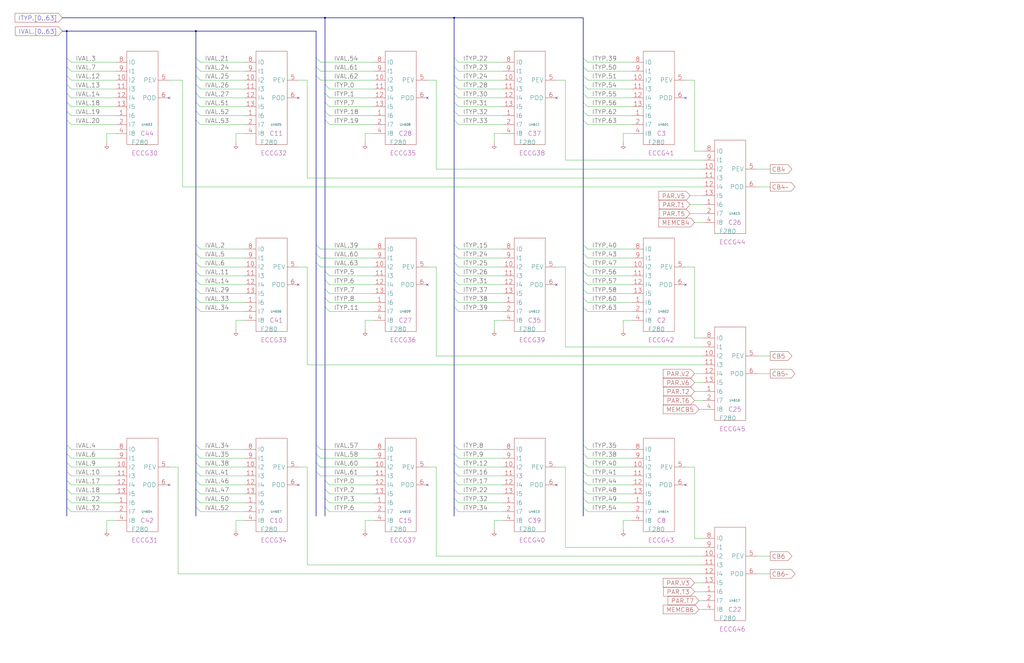
<source format=kicad_sch>
(kicad_sch (version 20250114) (generator "eeschema") (generator_version "9.0")
  (paper "User" 584.2 378.46)
  (title_block (title "ERROR CHECKING & CORRECTION\\nCHECK BITS 4, 5, 6") (date "22-SEP-90") (rev "2.0") (comment 1 "IOC") (comment 2 "232-003061") (comment 3 "S400") (comment 4 "RELEASED"))
  (lib_symbols
    (symbol "r1000:F280" (pin_names (offset 1.016))
      (property "Reference" "U" (at 2.54 5.08 0))
      (property "Value" "F280" (at -6.35 -5.08 0))
      (property "Location" "___" (at -1.27 0 0))
      (property "Name" "______" (at 1.27 -12.7 0))
      (symbol "F280_1_1"
        (rectangle (start -8.89 46.99) (end 8.89 -6.35))
        (pin input line (at -15.24 40.64 0) (length 6.35) (name "I0") (number "8"))
        (pin input line (at -15.24 35.56 0) (length 6.35) (name "I1") (number "9"))
        (pin input line (at -15.24 30.48 0) (length 6.35) (name "I2") (number "10"))
        (pin input line (at -15.24 25.4 0) (length 6.35) (name "I3") (number "11"))
        (pin input line (at -15.24 20.32 0) (length 6.35) (name "I4") (number "12"))
        (pin input line (at -15.24 15.24 0) (length 6.35) (name "I5") (number "13"))
        (pin input line (at -15.24 10.16 0) (length 6.35) (name "I6") (number "1"))
        (pin input line (at -15.24 5.08 0) (length 6.35) (name "I7") (number "2"))
        (pin input line (at -15.24 0 0) (length 6.35) (name "I8") (number "4"))
        (pin output line (at 15.24 30.48 180) (length 6.35) (name "PEV") (number "5"))
        (pin output line (at 15.24 20.32 180) (length 6.35) (name "POD") (number "6"))
      )
    )
    (symbol "r1000:PD" (power) (pin_numbers (hide yes)) (pin_names (hide yes)) (in_bom no)
      (symbol "PD_0_1"
        (polyline (pts (xy 0 -2.54) (xy 1.27 -2.54) (xy 0 -3.81) (xy -1.27 -2.54) (xy 0 -2.54)) (stroke (width 0.1524)))
      )
      (symbol "PD_1_1"
        (pin power_in line (at 0 0 270) (length 2.54) (name "PD") (number "1"))
      )
    )
  )
  (junction (at 38.1 17.78))
  (junction (at 259.08 10.16))
  (junction (at 111.76 17.78))
  (junction (at 185.42 10.16))
  (no_connect (at 391.16 55.88))
  (no_connect (at 243.84 55.88))
  (no_connect (at 96.52 55.88))
  (no_connect (at 96.52 276.86))
  (no_connect (at 317.5 276.86))
  (no_connect (at 391.16 162.56))
  (no_connect (at 243.84 162.56))
  (no_connect (at 170.18 162.56))
  (no_connect (at 391.16 276.86))
  (no_connect (at 317.5 162.56))
  (no_connect (at 170.18 276.86))
  (no_connect (at 170.18 55.88))
  (no_connect (at 243.84 276.86))
  (no_connect (at 317.5 55.88))
  (bus_entry (at 259.08 139.7) (size 2.54 2.54))
  (bus_entry (at 185.42 68.58) (size 2.54 2.54))
  (bus_entry (at 111.76 43.18) (size 2.54 2.54))
  (bus_entry (at 259.08 154.94) (size 2.54 2.54))
  (bus_entry (at 259.08 175.26) (size 2.54 2.54))
  (bus_entry (at 259.08 284.48) (size 2.54 2.54))
  (bus_entry (at 332.74 289.56) (size 2.54 2.54))
  (bus_entry (at 111.76 289.56) (size 2.54 2.54))
  (bus_entry (at 185.42 274.32) (size 2.54 2.54))
  (bus_entry (at 111.76 58.42) (size 2.54 2.54))
  (bus_entry (at 111.76 160.02) (size 2.54 2.54))
  (bus_entry (at 185.42 160.02) (size 2.54 2.54))
  (bus_entry (at 38.1 254) (size 2.54 2.54))
  (bus_entry (at 332.74 33.02) (size 2.54 2.54))
  (bus_entry (at 111.76 279.4) (size 2.54 2.54))
  (bus_entry (at 259.08 279.4) (size 2.54 2.54))
  (bus_entry (at 38.1 43.18) (size 2.54 2.54))
  (bus_entry (at 111.76 254) (size 2.54 2.54))
  (bus_entry (at 180.34 269.24) (size 2.54 2.54))
  (bus_entry (at 332.74 254) (size 2.54 2.54))
  (bus_entry (at 259.08 259.08) (size 2.54 2.54))
  (bus_entry (at 259.08 149.86) (size 2.54 2.54))
  (bus_entry (at 111.76 175.26) (size 2.54 2.54))
  (bus_entry (at 259.08 43.18) (size 2.54 2.54))
  (bus_entry (at 185.42 170.18) (size 2.54 2.54))
  (bus_entry (at 332.74 63.5) (size 2.54 2.54))
  (bus_entry (at 180.34 254) (size 2.54 2.54))
  (bus_entry (at 38.1 259.08) (size 2.54 2.54))
  (bus_entry (at 180.34 33.02) (size 2.54 2.54))
  (bus_entry (at 38.1 284.48) (size 2.54 2.54))
  (bus_entry (at 332.74 38.1) (size 2.54 2.54))
  (bus_entry (at 259.08 38.1) (size 2.54 2.54))
  (bus_entry (at 111.76 38.1) (size 2.54 2.54))
  (bus_entry (at 111.76 149.86) (size 2.54 2.54))
  (bus_entry (at 259.08 144.78) (size 2.54 2.54))
  (bus_entry (at 111.76 264.16) (size 2.54 2.54))
  (bus_entry (at 332.74 284.48) (size 2.54 2.54))
  (bus_entry (at 111.76 259.08) (size 2.54 2.54))
  (bus_entry (at 259.08 165.1) (size 2.54 2.54))
  (bus_entry (at 180.34 144.78) (size 2.54 2.54))
  (bus_entry (at 332.74 175.26) (size 2.54 2.54))
  (bus_entry (at 111.76 170.18) (size 2.54 2.54))
  (bus_entry (at 185.42 175.26) (size 2.54 2.54))
  (bus_entry (at 111.76 53.34) (size 2.54 2.54))
  (bus_entry (at 332.74 139.7) (size 2.54 2.54))
  (bus_entry (at 332.74 160.02) (size 2.54 2.54))
  (bus_entry (at 332.74 170.18) (size 2.54 2.54))
  (bus_entry (at 38.1 264.16) (size 2.54 2.54))
  (bus_entry (at 38.1 38.1) (size 2.54 2.54))
  (bus_entry (at 38.1 48.26) (size 2.54 2.54))
  (bus_entry (at 38.1 33.02) (size 2.54 2.54))
  (bus_entry (at 259.08 254) (size 2.54 2.54))
  (bus_entry (at 111.76 269.24) (size 2.54 2.54))
  (bus_entry (at 111.76 68.58) (size 2.54 2.54))
  (bus_entry (at 180.34 139.7) (size 2.54 2.54))
  (bus_entry (at 259.08 264.16) (size 2.54 2.54))
  (bus_entry (at 111.76 33.02) (size 2.54 2.54))
  (bus_entry (at 38.1 289.56) (size 2.54 2.54))
  (bus_entry (at 185.42 63.5) (size 2.54 2.54))
  (bus_entry (at 111.76 154.94) (size 2.54 2.54))
  (bus_entry (at 180.34 259.08) (size 2.54 2.54))
  (bus_entry (at 259.08 274.32) (size 2.54 2.54))
  (bus_entry (at 259.08 58.42) (size 2.54 2.54))
  (bus_entry (at 111.76 63.5) (size 2.54 2.54))
  (bus_entry (at 332.74 165.1) (size 2.54 2.54))
  (bus_entry (at 111.76 274.32) (size 2.54 2.54))
  (bus_entry (at 259.08 68.58) (size 2.54 2.54))
  (bus_entry (at 185.42 154.94) (size 2.54 2.54))
  (bus_entry (at 111.76 144.78) (size 2.54 2.54))
  (bus_entry (at 332.74 264.16) (size 2.54 2.54))
  (bus_entry (at 38.1 279.4) (size 2.54 2.54))
  (bus_entry (at 38.1 274.32) (size 2.54 2.54))
  (bus_entry (at 259.08 48.26) (size 2.54 2.54))
  (bus_entry (at 259.08 269.24) (size 2.54 2.54))
  (bus_entry (at 332.74 53.34) (size 2.54 2.54))
  (bus_entry (at 259.08 53.34) (size 2.54 2.54))
  (bus_entry (at 259.08 33.02) (size 2.54 2.54))
  (bus_entry (at 180.34 43.18) (size 2.54 2.54))
  (bus_entry (at 111.76 48.26) (size 2.54 2.54))
  (bus_entry (at 332.74 154.94) (size 2.54 2.54))
  (bus_entry (at 332.74 274.32) (size 2.54 2.54))
  (bus_entry (at 332.74 279.4) (size 2.54 2.54))
  (bus_entry (at 259.08 160.02) (size 2.54 2.54))
  (bus_entry (at 111.76 139.7) (size 2.54 2.54))
  (bus_entry (at 185.42 165.1) (size 2.54 2.54))
  (bus_entry (at 332.74 269.24) (size 2.54 2.54))
  (bus_entry (at 259.08 63.5) (size 2.54 2.54))
  (bus_entry (at 332.74 43.18) (size 2.54 2.54))
  (bus_entry (at 185.42 284.48) (size 2.54 2.54))
  (bus_entry (at 332.74 259.08) (size 2.54 2.54))
  (bus_entry (at 38.1 53.34) (size 2.54 2.54))
  (bus_entry (at 332.74 48.26) (size 2.54 2.54))
  (bus_entry (at 332.74 149.86) (size 2.54 2.54))
  (bus_entry (at 332.74 68.58) (size 2.54 2.54))
  (bus_entry (at 111.76 165.1) (size 2.54 2.54))
  (bus_entry (at 38.1 68.58) (size 2.54 2.54))
  (bus_entry (at 185.42 289.56) (size 2.54 2.54))
  (bus_entry (at 180.34 149.86) (size 2.54 2.54))
  (bus_entry (at 185.42 58.42) (size 2.54 2.54))
  (bus_entry (at 180.34 38.1) (size 2.54 2.54))
  (bus_entry (at 185.42 279.4) (size 2.54 2.54))
  (bus_entry (at 259.08 170.18) (size 2.54 2.54))
  (bus_entry (at 38.1 269.24) (size 2.54 2.54))
  (bus_entry (at 38.1 58.42) (size 2.54 2.54))
  (bus_entry (at 185.42 48.26) (size 2.54 2.54))
  (bus_entry (at 185.42 53.34) (size 2.54 2.54))
  (bus_entry (at 180.34 264.16) (size 2.54 2.54))
  (bus_entry (at 111.76 284.48) (size 2.54 2.54))
  (bus_entry (at 259.08 289.56) (size 2.54 2.54))
  (bus_entry (at 38.1 63.5) (size 2.54 2.54))
  (bus_entry (at 332.74 58.42) (size 2.54 2.54))
  (bus_entry (at 332.74 144.78) (size 2.54 2.54))
  (bus (pts (xy 111.76 165.1) (xy 111.76 170.18)))
  (wire (pts (xy 187.96 162.56) (xy 213.36 162.56)))
  (wire (pts (xy 40.64 55.88) (xy 66.04 55.88)))
  (wire (pts (xy 40.64 66.04) (xy 66.04 66.04)))
  (wire (pts (xy 396.24 152.4) (xy 396.24 193.04)))
  (wire (pts (xy 134.62 81.28) (xy 134.62 76.2)))
  (wire (pts (xy 322.58 91.44) (xy 401.32 91.44)))
  (wire (pts (xy 187.96 292.1) (xy 213.36 292.1)))
  (wire (pts (xy 187.96 172.72) (xy 213.36 172.72)))
  (wire (pts (xy 335.28 55.88) (xy 360.68 55.88)))
  (bus (pts (xy 38.1 38.1) (xy 38.1 43.18)))
  (wire (pts (xy 355.6 182.88) (xy 355.6 187.96)))
  (wire (pts (xy 170.18 152.4) (xy 175.26 152.4)))
  (bus (pts (xy 180.34 259.08) (xy 180.34 264.16)))
  (wire (pts (xy 182.88 266.7) (xy 213.36 266.7)))
  (bus (pts (xy 111.76 264.16) (xy 111.76 269.24)))
  (wire (pts (xy 335.28 172.72) (xy 360.68 172.72)))
  (wire (pts (xy 208.28 76.2) (xy 213.36 76.2)))
  (bus (pts (xy 259.08 274.32) (xy 259.08 279.4)))
  (bus (pts (xy 111.76 289.56) (xy 111.76 294.64)))
  (wire (pts (xy 261.62 71.12) (xy 287.02 71.12)))
  (bus (pts (xy 35.56 10.16) (xy 185.42 10.16)))
  (bus (pts (xy 180.34 33.02) (xy 180.34 38.1)))
  (wire (pts (xy 40.64 50.8) (xy 66.04 50.8)))
  (wire (pts (xy 187.96 60.96) (xy 213.36 60.96)))
  (wire (pts (xy 261.62 45.72) (xy 287.02 45.72)))
  (wire (pts (xy 335.28 266.7) (xy 360.68 266.7)))
  (wire (pts (xy 335.28 167.64) (xy 360.68 167.64)))
  (wire (pts (xy 335.28 147.32) (xy 360.68 147.32)))
  (bus (pts (xy 111.76 279.4) (xy 111.76 284.48)))
  (wire (pts (xy 335.28 271.78) (xy 360.68 271.78)))
  (wire (pts (xy 114.3 261.62) (xy 139.7 261.62)))
  (wire (pts (xy 360.68 182.88) (xy 355.6 182.88)))
  (wire (pts (xy 396.24 127) (xy 401.32 127)))
  (bus (pts (xy 332.74 175.26) (xy 332.74 254)))
  (wire (pts (xy 396.24 86.36) (xy 401.32 86.36)))
  (bus (pts (xy 185.42 58.42) (xy 185.42 63.5)))
  (wire (pts (xy 243.84 45.72) (xy 248.92 45.72)))
  (wire (pts (xy 114.3 40.64) (xy 139.7 40.64)))
  (wire (pts (xy 248.92 96.52) (xy 401.32 96.52)))
  (bus (pts (xy 38.1 48.26) (xy 38.1 53.34)))
  (wire (pts (xy 187.96 167.64) (xy 213.36 167.64)))
  (wire (pts (xy 261.62 281.94) (xy 287.02 281.94)))
  (wire (pts (xy 396.24 223.52) (xy 401.32 223.52)))
  (wire (pts (xy 243.84 152.4) (xy 248.92 152.4)))
  (wire (pts (xy 114.3 177.8) (xy 139.7 177.8)))
  (bus (pts (xy 111.76 154.94) (xy 111.76 160.02)))
  (bus (pts (xy 38.1 33.02) (xy 38.1 38.1)))
  (wire (pts (xy 208.28 187.96) (xy 208.28 182.88)))
  (wire (pts (xy 396.24 337.82) (xy 401.32 337.82)))
  (wire (pts (xy 391.16 266.7) (xy 396.24 266.7)))
  (wire (pts (xy 335.28 71.12) (xy 360.68 71.12)))
  (wire (pts (xy 40.64 271.78) (xy 66.04 271.78)))
  (wire (pts (xy 261.62 66.04) (xy 287.02 66.04)))
  (bus (pts (xy 259.08 144.78) (xy 259.08 149.86)))
  (wire (pts (xy 114.3 292.1) (xy 139.7 292.1)))
  (wire (pts (xy 175.26 101.6) (xy 401.32 101.6)))
  (bus (pts (xy 111.76 259.08) (xy 111.76 264.16)))
  (bus (pts (xy 185.42 160.02) (xy 185.42 165.1)))
  (wire (pts (xy 40.64 256.54) (xy 66.04 256.54)))
  (wire (pts (xy 335.28 45.72) (xy 360.68 45.72)))
  (wire (pts (xy 335.28 261.62) (xy 360.68 261.62)))
  (wire (pts (xy 40.64 266.7) (xy 66.04 266.7)))
  (wire (pts (xy 134.62 187.96) (xy 134.62 182.88)))
  (bus (pts (xy 259.08 48.26) (xy 259.08 53.34)))
  (wire (pts (xy 175.26 208.28) (xy 401.32 208.28)))
  (wire (pts (xy 175.26 45.72) (xy 175.26 101.6)))
  (bus (pts (xy 185.42 170.18) (xy 185.42 175.26)))
  (wire (pts (xy 396.24 228.6) (xy 401.32 228.6)))
  (wire (pts (xy 393.7 116.84) (xy 401.32 116.84)))
  (wire (pts (xy 396.24 193.04) (xy 401.32 193.04)))
  (wire (pts (xy 40.64 40.64) (xy 66.04 40.64)))
  (bus (pts (xy 332.74 279.4) (xy 332.74 284.48)))
  (bus (pts (xy 185.42 284.48) (xy 185.42 289.56)))
  (wire (pts (xy 114.3 66.04) (xy 139.7 66.04)))
  (bus (pts (xy 38.1 289.56) (xy 38.1 294.64)))
  (wire (pts (xy 322.58 266.7) (xy 322.58 312.42)))
  (wire (pts (xy 396.24 218.44) (xy 401.32 218.44)))
  (wire (pts (xy 396.24 266.7) (xy 396.24 307.34)))
  (wire (pts (xy 335.28 276.86) (xy 360.68 276.86)))
  (wire (pts (xy 335.28 162.56) (xy 360.68 162.56)))
  (wire (pts (xy 187.96 66.04) (xy 213.36 66.04)))
  (bus (pts (xy 38.1 284.48) (xy 38.1 289.56)))
  (wire (pts (xy 114.3 142.24) (xy 139.7 142.24)))
  (bus (pts (xy 111.76 43.18) (xy 111.76 48.26)))
  (bus (pts (xy 332.74 259.08) (xy 332.74 264.16)))
  (bus (pts (xy 38.1 58.42) (xy 38.1 63.5)))
  (wire (pts (xy 431.8 327.66) (xy 439.42 327.66)))
  (wire (pts (xy 431.8 96.52) (xy 439.42 96.52)))
  (wire (pts (xy 317.5 45.72) (xy 322.58 45.72)))
  (bus (pts (xy 332.74 165.1) (xy 332.74 170.18)))
  (wire (pts (xy 391.16 45.72) (xy 396.24 45.72)))
  (bus (pts (xy 332.74 144.78) (xy 332.74 149.86)))
  (bus (pts (xy 111.76 274.32) (xy 111.76 279.4)))
  (wire (pts (xy 101.6 327.66) (xy 401.32 327.66)))
  (bus (pts (xy 332.74 38.1) (xy 332.74 43.18)))
  (bus (pts (xy 259.08 43.18) (xy 259.08 48.26)))
  (bus (pts (xy 180.34 254) (xy 180.34 259.08)))
  (wire (pts (xy 182.88 152.4) (xy 213.36 152.4)))
  (bus (pts (xy 111.76 38.1) (xy 111.76 43.18)))
  (wire (pts (xy 182.88 142.24) (xy 213.36 142.24)))
  (bus (pts (xy 259.08 160.02) (xy 259.08 165.1)))
  (bus (pts (xy 332.74 284.48) (xy 332.74 289.56)))
  (bus (pts (xy 259.08 149.86) (xy 259.08 154.94)))
  (bus (pts (xy 111.76 149.86) (xy 111.76 154.94)))
  (bus (pts (xy 185.42 48.26) (xy 185.42 53.34)))
  (wire (pts (xy 335.28 66.04) (xy 360.68 66.04)))
  (bus (pts (xy 111.76 144.78) (xy 111.76 149.86)))
  (wire (pts (xy 182.88 35.56) (xy 213.36 35.56)))
  (wire (pts (xy 40.64 71.12) (xy 66.04 71.12)))
  (bus (pts (xy 35.56 17.78) (xy 38.1 17.78)))
  (wire (pts (xy 114.3 271.78) (xy 139.7 271.78)))
  (bus (pts (xy 259.08 165.1) (xy 259.08 170.18)))
  (bus (pts (xy 180.34 43.18) (xy 180.34 139.7)))
  (wire (pts (xy 398.78 342.9) (xy 401.32 342.9)))
  (bus (pts (xy 111.76 33.02) (xy 111.76 38.1)))
  (bus (pts (xy 332.74 63.5) (xy 332.74 68.58)))
  (wire (pts (xy 335.28 152.4) (xy 360.68 152.4)))
  (wire (pts (xy 66.04 297.18) (xy 60.96 297.18)))
  (bus (pts (xy 332.74 58.42) (xy 332.74 63.5)))
  (wire (pts (xy 40.64 60.96) (xy 66.04 60.96)))
  (wire (pts (xy 182.88 271.78) (xy 213.36 271.78)))
  (wire (pts (xy 393.7 111.76) (xy 401.32 111.76)))
  (wire (pts (xy 40.64 292.1) (xy 66.04 292.1)))
  (wire (pts (xy 104.14 106.68) (xy 401.32 106.68)))
  (wire (pts (xy 175.26 152.4) (xy 175.26 208.28)))
  (bus (pts (xy 185.42 154.94) (xy 185.42 160.02)))
  (wire (pts (xy 187.96 276.86) (xy 213.36 276.86)))
  (wire (pts (xy 393.7 121.92) (xy 401.32 121.92)))
  (bus (pts (xy 259.08 170.18) (xy 259.08 175.26)))
  (wire (pts (xy 398.78 233.68) (xy 401.32 233.68)))
  (wire (pts (xy 281.94 297.18) (xy 287.02 297.18)))
  (bus (pts (xy 332.74 33.02) (xy 332.74 38.1)))
  (wire (pts (xy 248.92 45.72) (xy 248.92 96.52)))
  (bus (pts (xy 185.42 10.16) (xy 259.08 10.16)))
  (bus (pts (xy 332.74 154.94) (xy 332.74 160.02)))
  (bus (pts (xy 259.08 10.16) (xy 332.74 10.16)))
  (bus (pts (xy 185.42 165.1) (xy 185.42 170.18)))
  (bus (pts (xy 259.08 139.7) (xy 259.08 144.78)))
  (wire (pts (xy 431.8 213.36) (xy 439.42 213.36)))
  (wire (pts (xy 182.88 45.72) (xy 213.36 45.72)))
  (wire (pts (xy 398.78 347.98) (xy 401.32 347.98)))
  (wire (pts (xy 187.96 281.94) (xy 213.36 281.94)))
  (bus (pts (xy 180.34 17.78) (xy 180.34 33.02)))
  (wire (pts (xy 248.92 203.2) (xy 401.32 203.2)))
  (wire (pts (xy 431.8 317.5) (xy 439.42 317.5)))
  (bus (pts (xy 38.1 43.18) (xy 38.1 48.26)))
  (wire (pts (xy 335.28 142.24) (xy 360.68 142.24)))
  (wire (pts (xy 187.96 71.12) (xy 213.36 71.12)))
  (wire (pts (xy 114.3 71.12) (xy 139.7 71.12)))
  (bus (pts (xy 111.76 170.18) (xy 111.76 175.26)))
  (wire (pts (xy 261.62 35.56) (xy 287.02 35.56)))
  (wire (pts (xy 396.24 45.72) (xy 396.24 86.36)))
  (wire (pts (xy 114.3 276.86) (xy 139.7 276.86)))
  (wire (pts (xy 355.6 76.2) (xy 355.6 81.28)))
  (wire (pts (xy 322.58 312.42) (xy 401.32 312.42)))
  (wire (pts (xy 248.92 266.7) (xy 248.92 317.5)))
  (wire (pts (xy 114.3 50.8) (xy 139.7 50.8)))
  (bus (pts (xy 180.34 139.7) (xy 180.34 144.78)))
  (bus (pts (xy 38.1 53.34) (xy 38.1 58.42)))
  (wire (pts (xy 208.28 81.28) (xy 208.28 76.2)))
  (wire (pts (xy 281.94 302.26) (xy 281.94 297.18)))
  (wire (pts (xy 322.58 45.72) (xy 322.58 91.44)))
  (bus (pts (xy 332.74 43.18) (xy 332.74 48.26)))
  (bus (pts (xy 38.1 274.32) (xy 38.1 279.4)))
  (wire (pts (xy 248.92 152.4) (xy 248.92 203.2)))
  (wire (pts (xy 355.6 302.26) (xy 355.6 297.18)))
  (bus (pts (xy 38.1 17.78) (xy 38.1 33.02)))
  (bus (pts (xy 259.08 63.5) (xy 259.08 68.58)))
  (wire (pts (xy 114.3 152.4) (xy 139.7 152.4)))
  (wire (pts (xy 261.62 50.8) (xy 287.02 50.8)))
  (wire (pts (xy 335.28 177.8) (xy 360.68 177.8)))
  (wire (pts (xy 335.28 35.56) (xy 360.68 35.56)))
  (wire (pts (xy 335.28 292.1) (xy 360.68 292.1)))
  (bus (pts (xy 185.42 175.26) (xy 185.42 274.32)))
  (wire (pts (xy 170.18 45.72) (xy 175.26 45.72)))
  (wire (pts (xy 281.94 182.88) (xy 287.02 182.88)))
  (bus (pts (xy 185.42 63.5) (xy 185.42 68.58)))
  (bus (pts (xy 259.08 284.48) (xy 259.08 289.56)))
  (wire (pts (xy 261.62 271.78) (xy 287.02 271.78)))
  (bus (pts (xy 332.74 264.16) (xy 332.74 269.24)))
  (bus (pts (xy 259.08 53.34) (xy 259.08 58.42)))
  (bus (pts (xy 111.76 175.26) (xy 111.76 254)))
  (bus (pts (xy 332.74 48.26) (xy 332.74 53.34)))
  (wire (pts (xy 261.62 266.7) (xy 287.02 266.7)))
  (wire (pts (xy 187.96 157.48) (xy 213.36 157.48)))
  (wire (pts (xy 40.64 287.02) (xy 66.04 287.02)))
  (wire (pts (xy 187.96 50.8) (xy 213.36 50.8)))
  (bus (pts (xy 185.42 68.58) (xy 185.42 154.94)))
  (wire (pts (xy 248.92 317.5) (xy 401.32 317.5)))
  (wire (pts (xy 208.28 297.18) (xy 213.36 297.18)))
  (bus (pts (xy 111.76 17.78) (xy 180.34 17.78)))
  (bus (pts (xy 332.74 269.24) (xy 332.74 274.32)))
  (wire (pts (xy 391.16 152.4) (xy 396.24 152.4)))
  (wire (pts (xy 243.84 266.7) (xy 248.92 266.7)))
  (bus (pts (xy 332.74 289.56) (xy 332.74 294.64)))
  (bus (pts (xy 332.74 254) (xy 332.74 259.08)))
  (wire (pts (xy 114.3 147.32) (xy 139.7 147.32)))
  (wire (pts (xy 261.62 152.4) (xy 287.02 152.4)))
  (wire (pts (xy 335.28 281.94) (xy 360.68 281.94)))
  (wire (pts (xy 114.3 266.7) (xy 139.7 266.7)))
  (bus (pts (xy 332.74 68.58) (xy 332.74 139.7)))
  (bus (pts (xy 38.1 269.24) (xy 38.1 274.32)))
  (bus (pts (xy 332.74 53.34) (xy 332.74 58.42)))
  (bus (pts (xy 259.08 68.58) (xy 259.08 139.7)))
  (wire (pts (xy 96.52 266.7) (xy 101.6 266.7)))
  (wire (pts (xy 261.62 177.8) (xy 287.02 177.8)))
  (bus (pts (xy 180.34 264.16) (xy 180.34 269.24)))
  (wire (pts (xy 40.64 35.56) (xy 66.04 35.56)))
  (wire (pts (xy 40.64 276.86) (xy 66.04 276.86)))
  (wire (pts (xy 317.5 152.4) (xy 322.58 152.4)))
  (bus (pts (xy 111.76 17.78) (xy 111.76 33.02)))
  (bus (pts (xy 111.76 284.48) (xy 111.76 289.56)))
  (bus (pts (xy 259.08 38.1) (xy 259.08 43.18)))
  (wire (pts (xy 281.94 76.2) (xy 281.94 81.28)))
  (wire (pts (xy 322.58 152.4) (xy 322.58 198.12)))
  (wire (pts (xy 114.3 167.64) (xy 139.7 167.64)))
  (wire (pts (xy 182.88 147.32) (xy 213.36 147.32)))
  (wire (pts (xy 261.62 162.56) (xy 287.02 162.56)))
  (wire (pts (xy 114.3 55.88) (xy 139.7 55.88)))
  (wire (pts (xy 335.28 60.96) (xy 360.68 60.96)))
  (bus (pts (xy 38.1 254) (xy 38.1 259.08)))
  (bus (pts (xy 111.76 139.7) (xy 111.76 144.78)))
  (wire (pts (xy 261.62 276.86) (xy 287.02 276.86)))
  (bus (pts (xy 259.08 259.08) (xy 259.08 264.16)))
  (wire (pts (xy 187.96 55.88) (xy 213.36 55.88)))
  (wire (pts (xy 134.62 76.2) (xy 139.7 76.2)))
  (bus (pts (xy 38.1 259.08) (xy 38.1 264.16)))
  (wire (pts (xy 396.24 213.36) (xy 401.32 213.36)))
  (bus (pts (xy 38.1 17.78) (xy 111.76 17.78)))
  (bus (pts (xy 259.08 254) (xy 259.08 259.08)))
  (wire (pts (xy 134.62 302.26) (xy 134.62 297.18)))
  (bus (pts (xy 332.74 10.16) (xy 332.74 33.02)))
  (bus (pts (xy 38.1 264.16) (xy 38.1 269.24)))
  (wire (pts (xy 287.02 76.2) (xy 281.94 76.2)))
  (wire (pts (xy 114.3 60.96) (xy 139.7 60.96)))
  (wire (pts (xy 40.64 281.94) (xy 66.04 281.94)))
  (wire (pts (xy 182.88 256.54) (xy 213.36 256.54)))
  (wire (pts (xy 261.62 287.02) (xy 287.02 287.02)))
  (wire (pts (xy 114.3 157.48) (xy 139.7 157.48)))
  (wire (pts (xy 208.28 302.26) (xy 208.28 297.18)))
  (wire (pts (xy 261.62 172.72) (xy 287.02 172.72)))
  (wire (pts (xy 261.62 292.1) (xy 287.02 292.1)))
  (wire (pts (xy 317.5 266.7) (xy 322.58 266.7)))
  (wire (pts (xy 134.62 182.88) (xy 139.7 182.88)))
  (wire (pts (xy 40.64 261.62) (xy 66.04 261.62)))
  (wire (pts (xy 261.62 142.24) (xy 287.02 142.24)))
  (wire (pts (xy 261.62 261.62) (xy 287.02 261.62)))
  (bus (pts (xy 180.34 144.78) (xy 180.34 149.86)))
  (wire (pts (xy 208.28 182.88) (xy 213.36 182.88)))
  (bus (pts (xy 332.74 170.18) (xy 332.74 175.26)))
  (bus (pts (xy 111.76 63.5) (xy 111.76 68.58)))
  (bus (pts (xy 180.34 38.1) (xy 180.34 43.18)))
  (bus (pts (xy 180.34 269.24) (xy 180.34 294.64)))
  (wire (pts (xy 175.26 266.7) (xy 175.26 322.58)))
  (wire (pts (xy 431.8 106.68) (xy 439.42 106.68)))
  (bus (pts (xy 185.42 274.32) (xy 185.42 279.4)))
  (wire (pts (xy 175.26 322.58) (xy 401.32 322.58)))
  (wire (pts (xy 170.18 266.7) (xy 175.26 266.7)))
  (bus (pts (xy 111.76 53.34) (xy 111.76 58.42)))
  (wire (pts (xy 114.3 281.94) (xy 139.7 281.94)))
  (wire (pts (xy 101.6 266.7) (xy 101.6 327.66)))
  (wire (pts (xy 261.62 60.96) (xy 287.02 60.96)))
  (wire (pts (xy 431.8 203.2) (xy 439.42 203.2)))
  (bus (pts (xy 38.1 68.58) (xy 38.1 254)))
  (bus (pts (xy 259.08 175.26) (xy 259.08 254)))
  (bus (pts (xy 259.08 269.24) (xy 259.08 274.32)))
  (wire (pts (xy 60.96 81.28) (xy 60.96 76.2)))
  (bus (pts (xy 259.08 279.4) (xy 259.08 284.48)))
  (wire (pts (xy 60.96 297.18) (xy 60.96 302.26)))
  (bus (pts (xy 259.08 58.42) (xy 259.08 63.5)))
  (wire (pts (xy 104.14 45.72) (xy 104.14 106.68)))
  (wire (pts (xy 182.88 40.64) (xy 213.36 40.64)))
  (bus (pts (xy 259.08 10.16) (xy 259.08 33.02)))
  (bus (pts (xy 180.34 149.86) (xy 180.34 254)))
  (wire (pts (xy 114.3 287.02) (xy 139.7 287.02)))
  (wire (pts (xy 40.64 45.72) (xy 66.04 45.72)))
  (wire (pts (xy 360.68 76.2) (xy 355.6 76.2)))
  (wire (pts (xy 60.96 76.2) (xy 66.04 76.2)))
  (wire (pts (xy 335.28 50.8) (xy 360.68 50.8)))
  (wire (pts (xy 187.96 287.02) (xy 213.36 287.02)))
  (wire (pts (xy 335.28 157.48) (xy 360.68 157.48)))
  (wire (pts (xy 261.62 157.48) (xy 287.02 157.48)))
  (wire (pts (xy 114.3 45.72) (xy 139.7 45.72)))
  (bus (pts (xy 259.08 289.56) (xy 259.08 294.64)))
  (wire (pts (xy 396.24 332.74) (xy 401.32 332.74)))
  (bus (pts (xy 332.74 149.86) (xy 332.74 154.94)))
  (bus (pts (xy 185.42 10.16) (xy 185.42 48.26)))
  (wire (pts (xy 355.6 297.18) (xy 360.68 297.18)))
  (bus (pts (xy 111.76 68.58) (xy 111.76 139.7)))
  (wire (pts (xy 114.3 172.72) (xy 139.7 172.72)))
  (bus (pts (xy 332.74 139.7) (xy 332.74 144.78)))
  (wire (pts (xy 335.28 256.54) (xy 360.68 256.54)))
  (bus (pts (xy 185.42 279.4) (xy 185.42 284.48)))
  (bus (pts (xy 38.1 279.4) (xy 38.1 284.48)))
  (bus (pts (xy 259.08 264.16) (xy 259.08 269.24)))
  (wire (pts (xy 114.3 256.54) (xy 139.7 256.54)))
  (bus (pts (xy 38.1 63.5) (xy 38.1 68.58)))
  (wire (pts (xy 261.62 167.64) (xy 287.02 167.64)))
  (wire (pts (xy 335.28 40.64) (xy 360.68 40.64)))
  (wire (pts (xy 396.24 307.34) (xy 401.32 307.34)))
  (wire (pts (xy 114.3 35.56) (xy 139.7 35.56)))
  (bus (pts (xy 332.74 274.32) (xy 332.74 279.4)))
  (wire (pts (xy 134.62 297.18) (xy 139.7 297.18)))
  (bus (pts (xy 259.08 33.02) (xy 259.08 38.1)))
  (bus (pts (xy 111.76 160.02) (xy 111.76 165.1)))
  (bus (pts (xy 111.76 58.42) (xy 111.76 63.5)))
  (wire (pts (xy 261.62 147.32) (xy 287.02 147.32)))
  (wire (pts (xy 281.94 187.96) (xy 281.94 182.88)))
  (bus (pts (xy 185.42 289.56) (xy 185.42 294.64)))
  (bus (pts (xy 332.74 160.02) (xy 332.74 165.1)))
  (bus (pts (xy 185.42 53.34) (xy 185.42 58.42)))
  (bus (pts (xy 111.76 254) (xy 111.76 259.08)))
  (bus (pts (xy 111.76 269.24) (xy 111.76 274.32)))
  (wire (pts (xy 96.52 45.72) (xy 104.14 45.72)))
  (bus (pts (xy 259.08 154.94) (xy 259.08 160.02)))
  (wire (pts (xy 261.62 256.54) (xy 287.02 256.54)))
  (wire (pts (xy 187.96 177.8) (xy 213.36 177.8)))
  (wire (pts (xy 322.58 198.12) (xy 401.32 198.12)))
  (wire (pts (xy 182.88 261.62) (xy 213.36 261.62)))
  (wire (pts (xy 261.62 55.88) (xy 287.02 55.88)))
  (wire (pts (xy 114.3 162.56) (xy 139.7 162.56)))
  (wire (pts (xy 335.28 287.02) (xy 360.68 287.02)))
  (bus (pts (xy 111.76 48.26) (xy 111.76 53.34)))
  (wire (pts (xy 261.62 40.64) (xy 287.02 40.64)))
  (label "IVAL.61" (at 190.5 271.78 0) (effects (font (size 2.54 2.54))))
  (label "IVAL.57" (at 190.5 256.54 0) (effects (font (size 2.54 2.54))))
  (label "ITYP.60" (at 337.82 172.72 0) (effects (font (size 2.54 2.54))))
  (label "ITYP.33" (at 264.16 71.12 0) (effects (font (size 2.54 2.54))))
  (label "IVAL.61" (at 190.5 40.64 0) (effects (font (size 2.54 2.54))))
  (label "IVAL.35" (at 116.84 261.62 0) (effects (font (size 2.54 2.54))))
  (label "IVAL.20" (at 43.18 71.12 0) (effects (font (size 2.54 2.54))))
  (label "ITYP.48" (at 337.82 281.94 0) (effects (font (size 2.54 2.54))))
  (label "IVAL.9" (at 43.18 266.7 0) (effects (font (size 2.54 2.54))))
  (label "ITYP.54" (at 337.82 292.1 0) (effects (font (size 2.54 2.54))))
  (label "ITYP.23" (at 264.16 40.64 0) (effects (font (size 2.54 2.54))))
  (label "IVAL.6" (at 116.84 152.4 0) (effects (font (size 2.54 2.54))))
  (label "ITYP.28" (at 264.16 50.8 0) (effects (font (size 2.54 2.54))))
  (label "ITYP.0" (at 190.5 50.8 0) (effects (font (size 2.54 2.54))))
  (label "IVAL.7" (at 43.18 40.64 0) (effects (font (size 2.54 2.54))))
  (label "ITYP.57" (at 337.82 162.56 0) (effects (font (size 2.54 2.54))))
  (label "IVAL.25" (at 116.84 45.72 0) (effects (font (size 2.54 2.54))))
  (label "ITYP.22" (at 264.16 281.94 0) (effects (font (size 2.54 2.54))))
  (label "ITYP.34" (at 264.16 292.1 0) (effects (font (size 2.54 2.54))))
  (label "ITYP.44" (at 337.82 276.86 0) (effects (font (size 2.54 2.54))))
  (label "ITYP.7" (at 190.5 60.96 0) (effects (font (size 2.54 2.54))))
  (label "ITYP.9" (at 264.16 261.62 0) (effects (font (size 2.54 2.54))))
  (label "ITYP.32" (at 264.16 287.02 0) (effects (font (size 2.54 2.54))))
  (label "IVAL.60" (at 190.5 266.7 0) (effects (font (size 2.54 2.54))))
  (label "IVAL.39" (at 190.5 142.24 0) (effects (font (size 2.54 2.54))))
  (label "ITYP.55" (at 337.82 55.88 0) (effects (font (size 2.54 2.54))))
  (label "ITYP.0" (at 190.5 276.86 0) (effects (font (size 2.54 2.54))))
  (label "IVAL.26" (at 116.84 50.8 0) (effects (font (size 2.54 2.54))))
  (label "IVAL.58" (at 190.5 261.62 0) (effects (font (size 2.54 2.54))))
  (label "IVAL.34" (at 116.84 177.8 0) (effects (font (size 2.54 2.54))))
  (label "IVAL.12" (at 43.18 45.72 0) (effects (font (size 2.54 2.54))))
  (label "ITYP.25" (at 264.16 152.4 0) (effects (font (size 2.54 2.54))))
  (label "ITYP.11" (at 190.5 177.8 0) (effects (font (size 2.54 2.54))))
  (label "IVAL.13" (at 43.18 50.8 0) (effects (font (size 2.54 2.54))))
  (label "ITYP.6" (at 190.5 292.1 0) (effects (font (size 2.54 2.54))))
  (label "ITYP.37" (at 264.16 167.64 0) (effects (font (size 2.54 2.54))))
  (label "ITYP.54" (at 337.82 50.8 0) (effects (font (size 2.54 2.54))))
  (label "ITYP.56" (at 337.82 157.48 0) (effects (font (size 2.54 2.54))))
  (label "ITYP.43" (at 337.82 147.32 0) (effects (font (size 2.54 2.54))))
  (label "ITYP.35" (at 337.82 256.54 0) (effects (font (size 2.54 2.54))))
  (label "ITYP.31" (at 264.16 162.56 0) (effects (font (size 2.54 2.54))))
  (label "ITYP.22" (at 264.16 35.56 0) (effects (font (size 2.54 2.54))))
  (label "IVAL.51" (at 116.84 60.96 0) (effects (font (size 2.54 2.54))))
  (label "ITYP.24" (at 264.16 147.32 0) (effects (font (size 2.54 2.54))))
  (label "ITYP.24" (at 264.16 45.72 0) (effects (font (size 2.54 2.54))))
  (label "IVAL.14" (at 116.84 162.56 0) (effects (font (size 2.54 2.54))))
  (label "ITYP.1" (at 190.5 55.88 0) (effects (font (size 2.54 2.54))))
  (label "IVAL.41" (at 116.84 271.78 0) (effects (font (size 2.54 2.54))))
  (label "ITYP.41" (at 337.82 271.78 0) (effects (font (size 2.54 2.54))))
  (label "ITYP.63" (at 337.82 71.12 0) (effects (font (size 2.54 2.54))))
  (label "ITYP.47" (at 337.82 152.4 0) (effects (font (size 2.54 2.54))))
  (label "IVAL.10" (at 43.18 271.78 0) (effects (font (size 2.54 2.54))))
  (label "ITYP.56" (at 337.82 60.96 0) (effects (font (size 2.54 2.54))))
  (label "IVAL.3" (at 43.18 35.56 0) (effects (font (size 2.54 2.54))))
  (label "ITYP.12" (at 264.16 266.7 0) (effects (font (size 2.54 2.54))))
  (label "ITYP.18" (at 190.5 66.04 0) (effects (font (size 2.54 2.54))))
  (label "IVAL.62" (at 190.5 45.72 0) (effects (font (size 2.54 2.54))))
  (label "ITYP.39" (at 264.16 177.8 0) (effects (font (size 2.54 2.54))))
  (label "ITYP.6" (at 190.5 162.56 0) (effects (font (size 2.54 2.54))))
  (label "IVAL.17" (at 43.18 276.86 0) (effects (font (size 2.54 2.54))))
  (label "IVAL.29" (at 116.84 167.64 0) (effects (font (size 2.54 2.54))))
  (label "ITYP.62" (at 337.82 66.04 0) (effects (font (size 2.54 2.54))))
  (label "IVAL.6" (at 43.18 261.62 0) (effects (font (size 2.54 2.54))))
  (label "ITYP.8" (at 190.5 172.72 0) (effects (font (size 2.54 2.54))))
  (label "ITYP.8" (at 264.16 256.54 0) (effects (font (size 2.54 2.54))))
  (label "IVAL.4" (at 43.18 256.54 0) (effects (font (size 2.54 2.54))))
  (label "ITYP.5" (at 190.5 157.48 0) (effects (font (size 2.54 2.54))))
  (label "ITYP.40" (at 337.82 266.7 0) (effects (font (size 2.54 2.54))))
  (label "IVAL.52" (at 116.84 292.1 0) (effects (font (size 2.54 2.54))))
  (label "ITYP.17" (at 264.16 276.86 0) (effects (font (size 2.54 2.54))))
  (label "ITYP.58" (at 337.82 167.64 0) (effects (font (size 2.54 2.54))))
  (label "ITYP.3" (at 190.5 287.02 0) (effects (font (size 2.54 2.54))))
  (label "IVAL.50" (at 116.84 287.02 0) (effects (font (size 2.54 2.54))))
  (label "IVAL.63" (at 190.5 152.4 0) (effects (font (size 2.54 2.54))))
  (label "ITYP.63" (at 337.82 177.8 0) (effects (font (size 2.54 2.54))))
  (label "ITYP.49" (at 337.82 287.02 0) (effects (font (size 2.54 2.54))))
  (label "IVAL.14" (at 43.18 55.88 0) (effects (font (size 2.54 2.54))))
  (label "ITYP.51" (at 337.82 45.72 0) (effects (font (size 2.54 2.54))))
  (label "IVAL.34" (at 116.84 256.54 0) (effects (font (size 2.54 2.54))))
  (label "IVAL.32" (at 43.18 292.1 0) (effects (font (size 2.54 2.54))))
  (label "IVAL.33" (at 116.84 172.72 0) (effects (font (size 2.54 2.54))))
  (label "ITYP.7" (at 190.5 167.64 0) (effects (font (size 2.54 2.54))))
  (label "ITYP.2" (at 190.5 281.94 0) (effects (font (size 2.54 2.54))))
  (label "ITYP.19" (at 190.5 71.12 0) (effects (font (size 2.54 2.54))))
  (label "IVAL.11" (at 116.84 157.48 0) (effects (font (size 2.54 2.54))))
  (label "IVAL.52" (at 116.84 66.04 0) (effects (font (size 2.54 2.54))))
  (label "ITYP.38" (at 337.82 261.62 0) (effects (font (size 2.54 2.54))))
  (label "IVAL.46" (at 116.84 276.86 0) (effects (font (size 2.54 2.54))))
  (label "ITYP.50" (at 337.82 40.64 0) (effects (font (size 2.54 2.54))))
  (label "ITYP.38" (at 264.16 172.72 0) (effects (font (size 2.54 2.54))))
  (label "IVAL.27" (at 116.84 55.88 0) (effects (font (size 2.54 2.54))))
  (label "IVAL.60" (at 190.5 147.32 0) (effects (font (size 2.54 2.54))))
  (label "ITYP.26" (at 264.16 157.48 0) (effects (font (size 2.54 2.54))))
  (label "IVAL.38" (at 116.84 266.7 0) (effects (font (size 2.54 2.54))))
  (label "IVAL.24" (at 116.84 40.64 0) (effects (font (size 2.54 2.54))))
  (label "ITYP.30" (at 264.16 55.88 0) (effects (font (size 2.54 2.54))))
  (label "ITYP.16" (at 264.16 271.78 0) (effects (font (size 2.54 2.54))))
  (label "IVAL.54" (at 190.5 35.56 0) (effects (font (size 2.54 2.54))))
  (label "IVAL.18" (at 43.18 60.96 0) (effects (font (size 2.54 2.54))))
  (label "IVAL.53" (at 116.84 71.12 0) (effects (font (size 2.54 2.54))))
  (label "IVAL.22" (at 43.18 287.02 0) (effects (font (size 2.54 2.54))))
  (label "ITYP.32" (at 264.16 66.04 0) (effects (font (size 2.54 2.54))))
  (label "IVAL.21" (at 116.84 35.56 0) (effects (font (size 2.54 2.54))))
  (label "IVAL.5" (at 116.84 147.32 0) (effects (font (size 2.54 2.54))))
  (label "IVAL.19" (at 43.18 66.04 0) (effects (font (size 2.54 2.54))))
  (label "IVAL.47" (at 116.84 281.94 0) (effects (font (size 2.54 2.54))))
  (label "ITYP.15" (at 264.16 142.24 0) (effects (font (size 2.54 2.54))))
  (label "ITYP.39" (at 337.82 35.56 0) (effects (font (size 2.54 2.54))))
  (label "ITYP.40" (at 337.82 142.24 0) (effects (font (size 2.54 2.54))))
  (label "IVAL.18" (at 43.18 281.94 0) (effects (font (size 2.54 2.54))))
  (label "ITYP.31" (at 264.16 60.96 0) (effects (font (size 2.54 2.54))))
  (label "IVAL.2" (at 116.84 142.24 0) (effects (font (size 2.54 2.54))))
  (global_label "CB5~" (shape output) (at 439.42 213.36 0) (effects (font (size 2.54 2.54))) (property "Intersheetrefs" "${INTERSHEET_REFS}" (at 453.5593 213.2013 0) (effects (font (size 1.905 1.905)) (justify left))))
  (global_label "PAR.V3" (shape input) (at 396.24 332.74 180) (effects (font (size 2.54 2.54))) (property "Intersheetrefs" "${INTERSHEET_REFS}" (at 378.3511 332.5813 0) (effects (font (size 1.905 1.905)) (justify right))))
  (global_label "MEMCB6" (shape input) (at 398.78 347.98 180) (effects (font (size 2.54 2.54))) (property "Intersheetrefs" "${INTERSHEET_REFS}" (at 378.3511 347.8213 0) (effects (font (size 1.905 1.905)) (justify right))))
  (global_label "CB5" (shape output) (at 439.42 203.2 0) (effects (font (size 2.54 2.54))) (property "Intersheetrefs" "${INTERSHEET_REFS}" (at 451.745 203.0413 0) (effects (font (size 1.905 1.905)) (justify left))))
  (global_label "CB6~" (shape output) (at 439.42 327.66 0) (effects (font (size 2.54 2.54))) (property "Intersheetrefs" "${INTERSHEET_REFS}" (at 453.5593 327.5013 0) (effects (font (size 1.905 1.905)) (justify left))))
  (global_label "PAR.V5" (shape input) (at 393.7 111.76 180) (effects (font (size 2.54 2.54))) (property "Intersheetrefs" "${INTERSHEET_REFS}" (at 375.8111 111.6013 0) (effects (font (size 1.905 1.905)) (justify right))))
  (global_label "PAR.T1" (shape input) (at 393.7 116.84 180) (effects (font (size 2.54 2.54))) (property "Intersheetrefs" "${INTERSHEET_REFS}" (at 376.053 116.6813 0) (effects (font (size 1.905 1.905)) (justify right))))
  (global_label "PAR.T7" (shape input) (at 398.78 342.9 180) (effects (font (size 2.54 2.54))) (property "Intersheetrefs" "${INTERSHEET_REFS}" (at 381.133 342.7413 0) (effects (font (size 1.905 1.905)) (justify right))))
  (global_label "IVAL.[0..63]" (shape input) (at 35.56 17.78 180) (effects (font (size 2.54 2.54))) (property "Intersheetrefs" "${INTERSHEET_REFS}" (at 8.8416 17.6213 0) (effects (font (size 1.905 1.905)) (justify right))))
  (global_label "PAR.T5" (shape input) (at 393.7 121.92 180) (effects (font (size 2.54 2.54))) (property "Intersheetrefs" "${INTERSHEET_REFS}" (at 376.053 121.7613 0) (effects (font (size 1.905 1.905)) (justify right))))
  (global_label "MEMCB4" (shape input) (at 396.24 127 180) (effects (font (size 2.54 2.54))) (property "Intersheetrefs" "${INTERSHEET_REFS}" (at 375.8111 126.8413 0) (effects (font (size 1.905 1.905)) (justify right))))
  (global_label "MEMCB5" (shape input) (at 398.78 233.68 180) (effects (font (size 2.54 2.54))) (property "Intersheetrefs" "${INTERSHEET_REFS}" (at 378.3511 233.5213 0) (effects (font (size 1.905 1.905)) (justify right))))
  (global_label "ITYP.[0..63]" (shape input) (at 35.56 10.16 180) (effects (font (size 2.54 2.54))) (property "Intersheetrefs" "${INTERSHEET_REFS}" (at 8.5997 10.0013 0) (effects (font (size 1.905 1.905)) (justify right))))
  (global_label "PAR.T6" (shape input) (at 396.24 228.6 180) (effects (font (size 2.54 2.54))) (property "Intersheetrefs" "${INTERSHEET_REFS}" (at 378.593 228.4413 0) (effects (font (size 1.905 1.905)) (justify right))))
  (global_label "PAR.T2" (shape input) (at 396.24 223.52 180) (effects (font (size 2.54 2.54))) (property "Intersheetrefs" "${INTERSHEET_REFS}" (at 378.593 223.3613 0) (effects (font (size 1.905 1.905)) (justify right))))
  (global_label "CB4~" (shape output) (at 439.42 106.68 0) (effects (font (size 2.54 2.54))) (property "Intersheetrefs" "${INTERSHEET_REFS}" (at 453.5593 106.5213 0) (effects (font (size 1.905 1.905)) (justify left))))
  (global_label "PAR.T3" (shape input) (at 396.24 337.82 180) (effects (font (size 2.54 2.54))) (property "Intersheetrefs" "${INTERSHEET_REFS}" (at 378.593 337.6613 0) (effects (font (size 1.905 1.905)) (justify right))))
  (global_label "PAR.V2" (shape input) (at 396.24 213.36 180) (effects (font (size 2.54 2.54))) (property "Intersheetrefs" "${INTERSHEET_REFS}" (at 378.3511 213.2013 0) (effects (font (size 1.905 1.905)) (justify right))))
  (global_label "PAR.V6" (shape input) (at 396.24 218.44 180) (effects (font (size 2.54 2.54))) (property "Intersheetrefs" "${INTERSHEET_REFS}" (at 378.3511 218.2813 0) (effects (font (size 1.905 1.905)) (justify right))))
  (global_label "CB4" (shape output) (at 439.42 96.52 0) (effects (font (size 2.54 2.54))) (property "Intersheetrefs" "${INTERSHEET_REFS}" (at 451.745 96.3613 0) (effects (font (size 1.905 1.905)) (justify left))))
  (global_label "CB6" (shape output) (at 439.42 317.5 0) (effects (font (size 2.54 2.54))) (property "Intersheetrefs" "${INTERSHEET_REFS}" (at 451.745 317.3413 0) (effects (font (size 1.905 1.905)) (justify left))))
  (symbol (lib_id "r1000:F280") (at 81.28 297.18 0) (unit 1)
    (property "Reference" "U4604" (at 83.82 292.1 0))
    (property "Value" "F280" (at 74.93 302.26 0) (effects (font (size 2.54 2.54)) (justify left)))
    (property "Location" "C42" (at 80.01 297.18 0) (effects (font (size 2.54 2.54)) (justify left)))
    (property "Name" "ECCG31" (at 82.55 309.88 0) (effects (font (size 2.54 2.54)) (justify bottom)))
  )
  (symbol (lib_id "r1000:F280") (at 416.56 127 0) (unit 1)
    (property "Reference" "U4615" (at 419.1 121.92 0))
    (property "Value" "F280" (at 410.21 132.08 0) (effects (font (size 2.54 2.54)) (justify left)))
    (property "Location" "C26" (at 415.29 127 0) (effects (font (size 2.54 2.54)) (justify left)))
    (property "Name" "ECCG44" (at 417.83 139.7 0) (effects (font (size 2.54 2.54)) (justify bottom)))
  )
  (symbol (lib_id "r1000:F280") (at 416.56 347.98 0) (unit 1)
    (property "Reference" "U4617" (at 419.1 342.9 0))
    (property "Value" "F280" (at 410.21 353.06 0) (effects (font (size 2.54 2.54)) (justify left)))
    (property "Location" "C22" (at 415.29 347.98 0) (effects (font (size 2.54 2.54)) (justify left)))
    (property "Name" "ECCG46" (at 417.83 360.68 0) (effects (font (size 2.54 2.54)) (justify bottom)))
  )
  (symbol (lib_id "r1000:PD") (at 281.94 187.96 0) (unit 1) (in_bom no)
    (property "Reference" "#PWR04612" (effects (hide yes)))
    (property "Value" "PD" (effects (hide yes)))
  )
  (symbol (lib_id "r1000:F280") (at 228.6 76.2 0) (unit 1)
    (property "Reference" "U4608" (at 231.14 71.12 0))
    (property "Value" "F280" (at 222.25 81.28 0) (effects (font (size 2.54 2.54)) (justify left)))
    (property "Location" "C28" (at 227.33 76.2 0) (effects (font (size 2.54 2.54)) (justify left)))
    (property "Name" "ECCG35" (at 229.87 88.9 0) (effects (font (size 2.54 2.54)) (justify bottom)))
  )
  (symbol (lib_id "r1000:PD") (at 134.62 187.96 0) (unit 1) (in_bom no)
    (property "Reference" "#PWR04606" (effects (hide yes)))
    (property "Value" "PD" (effects (hide yes)))
  )
  (symbol (lib_id "r1000:F280") (at 81.28 76.2 0) (unit 1)
    (property "Reference" "U4603" (at 83.82 71.12 0))
    (property "Value" "F280" (at 74.93 81.28 0) (effects (font (size 2.54 2.54)) (justify left)))
    (property "Location" "C44" (at 80.01 76.2 0) (effects (font (size 2.54 2.54)) (justify left)))
    (property "Name" "ECCG30" (at 82.55 88.9 0) (effects (font (size 2.54 2.54)) (justify bottom)))
  )
  (symbol (lib_id "r1000:PD") (at 355.6 81.28 0) (unit 1) (in_bom no)
    (property "Reference" "#PWR04601" (effects (hide yes)))
    (property "Value" "PD" (effects (hide yes)))
  )
  (symbol (lib_id "r1000:F280") (at 228.6 182.88 0) (unit 1)
    (property "Reference" "U4609" (at 231.14 177.8 0))
    (property "Value" "F280" (at 222.25 187.96 0) (effects (font (size 2.54 2.54)) (justify left)))
    (property "Location" "C27" (at 227.33 182.88 0) (effects (font (size 2.54 2.54)) (justify left)))
    (property "Name" "ECCG36" (at 229.87 195.58 0) (effects (font (size 2.54 2.54)) (justify bottom)))
  )
  (symbol (lib_id "r1000:PD") (at 281.94 302.26 0) (unit 1) (in_bom no)
    (property "Reference" "#PWR04613" (effects (hide yes)))
    (property "Value" "PD" (effects (hide yes)))
  )
  (symbol (lib_id "r1000:PD") (at 134.62 81.28 0) (unit 1) (in_bom no)
    (property "Reference" "#PWR04605" (effects (hide yes)))
    (property "Value" "PD" (effects (hide yes)))
  )
  (symbol (lib_id "r1000:PD") (at 60.96 81.28 0) (unit 1) (in_bom no)
    (property "Reference" "#PWR04603" (effects (hide yes)))
    (property "Value" "PD" (effects (hide yes)))
  )
  (symbol (lib_id "r1000:F280") (at 154.94 76.2 0) (unit 1)
    (property "Reference" "U4605" (at 157.48 71.12 0))
    (property "Value" "F280" (at 148.59 81.28 0) (effects (font (size 2.54 2.54)) (justify left)))
    (property "Location" "C11" (at 153.67 76.2 0) (effects (font (size 2.54 2.54)) (justify left)))
    (property "Name" "ECCG32" (at 156.21 88.9 0) (effects (font (size 2.54 2.54)) (justify bottom)))
  )
  (symbol (lib_id "r1000:F280") (at 154.94 182.88 0) (unit 1)
    (property "Reference" "U4606" (at 157.48 177.8 0))
    (property "Value" "F280" (at 148.59 187.96 0) (effects (font (size 2.54 2.54)) (justify left)))
    (property "Location" "C41" (at 153.67 182.88 0) (effects (font (size 2.54 2.54)) (justify left)))
    (property "Name" "ECCG33" (at 156.21 195.58 0) (effects (font (size 2.54 2.54)) (justify bottom)))
  )
  (symbol (lib_id "r1000:F280") (at 302.26 182.88 0) (unit 1)
    (property "Reference" "U4612" (at 304.8 177.8 0))
    (property "Value" "F280" (at 295.91 187.96 0) (effects (font (size 2.54 2.54)) (justify left)))
    (property "Location" "C35" (at 300.99 182.88 0) (effects (font (size 2.54 2.54)) (justify left)))
    (property "Name" "ECCG39" (at 303.53 195.58 0) (effects (font (size 2.54 2.54)) (justify bottom)))
  )
  (symbol (lib_id "r1000:F280") (at 375.92 182.88 0) (unit 1)
    (property "Reference" "U4602" (at 378.46 177.8 0))
    (property "Value" "F280" (at 369.57 187.96 0) (effects (font (size 2.54 2.54)) (justify left)))
    (property "Location" "C2" (at 374.65 182.88 0) (effects (font (size 2.54 2.54)) (justify left)))
    (property "Name" "ECCG42" (at 377.19 195.58 0) (effects (font (size 2.54 2.54)) (justify bottom)))
  )
  (symbol (lib_id "r1000:PD") (at 355.6 187.96 0) (unit 1) (in_bom no)
    (property "Reference" "#PWR04602" (effects (hide yes)))
    (property "Value" "PD" (effects (hide yes)))
  )
  (symbol (lib_id "r1000:PD") (at 208.28 187.96 0) (unit 1) (in_bom no)
    (property "Reference" "#PWR04609" (effects (hide yes)))
    (property "Value" "PD" (effects (hide yes)))
  )
  (symbol (lib_id "r1000:F280") (at 375.92 76.2 0) (unit 1)
    (property "Reference" "U4601" (at 378.46 71.12 0))
    (property "Value" "F280" (at 369.57 81.28 0) (effects (font (size 2.54 2.54)) (justify left)))
    (property "Location" "C3" (at 374.65 76.2 0) (effects (font (size 2.54 2.54)) (justify left)))
    (property "Name" "ECCG41" (at 377.19 88.9 0) (effects (font (size 2.54 2.54)) (justify bottom)))
  )
  (symbol (lib_id "r1000:F280") (at 302.26 76.2 0) (unit 1)
    (property "Reference" "U4611" (at 304.8 71.12 0))
    (property "Value" "F280" (at 295.91 81.28 0) (effects (font (size 2.54 2.54)) (justify left)))
    (property "Location" "C37" (at 300.99 76.2 0) (effects (font (size 2.54 2.54)) (justify left)))
    (property "Name" "ECCG38" (at 303.53 88.9 0) (effects (font (size 2.54 2.54)) (justify bottom)))
  )
  (symbol (lib_id "r1000:PD") (at 208.28 81.28 0) (unit 1) (in_bom no)
    (property "Reference" "#PWR04608" (effects (hide yes)))
    (property "Value" "PD" (effects (hide yes)))
  )
  (symbol (lib_id "r1000:F280") (at 375.92 297.18 0) (unit 1)
    (property "Reference" "U4614" (at 378.46 292.1 0))
    (property "Value" "F280" (at 369.57 302.26 0) (effects (font (size 2.54 2.54)) (justify left)))
    (property "Location" "C8" (at 374.65 297.18 0) (effects (font (size 2.54 2.54)) (justify left)))
    (property "Name" "ECCG43" (at 377.19 309.88 0) (effects (font (size 2.54 2.54)) (justify bottom)))
  )
  (symbol (lib_id "r1000:PD") (at 355.6 302.26 0) (unit 1) (in_bom no)
    (property "Reference" "#PWR04614" (effects (hide yes)))
    (property "Value" "PD" (effects (hide yes)))
  )
  (symbol (lib_id "r1000:PD") (at 60.96 302.26 0) (unit 1) (in_bom no)
    (property "Reference" "#PWR04604" (effects (hide yes)))
    (property "Value" "PD" (effects (hide yes)))
  )
  (symbol (lib_id "r1000:F280") (at 228.6 297.18 0) (unit 1)
    (property "Reference" "U4610" (at 231.14 292.1 0))
    (property "Value" "F280" (at 222.25 302.26 0) (effects (font (size 2.54 2.54)) (justify left)))
    (property "Location" "C15" (at 227.33 297.18 0) (effects (font (size 2.54 2.54)) (justify left)))
    (property "Name" "ECCG37" (at 229.87 309.88 0) (effects (font (size 2.54 2.54)) (justify bottom)))
  )
  (symbol (lib_id "r1000:PD") (at 208.28 302.26 0) (unit 1) (in_bom no)
    (property "Reference" "#PWR04610" (effects (hide yes)))
    (property "Value" "PD" (effects (hide yes)))
  )
  (symbol (lib_id "r1000:F280") (at 154.94 297.18 0) (unit 1)
    (property "Reference" "U4607" (at 157.48 292.1 0))
    (property "Value" "F280" (at 148.59 302.26 0) (effects (font (size 2.54 2.54)) (justify left)))
    (property "Location" "C10" (at 153.67 297.18 0) (effects (font (size 2.54 2.54)) (justify left)))
    (property "Name" "ECCG34" (at 156.21 309.88 0) (effects (font (size 2.54 2.54)) (justify bottom)))
  )
  (symbol (lib_id "r1000:PD") (at 281.94 81.28 0) (unit 1) (in_bom no)
    (property "Reference" "#PWR04611" (effects (hide yes)))
    (property "Value" "PD" (effects (hide yes)))
  )
  (symbol (lib_id "r1000:F280") (at 302.26 297.18 0) (unit 1)
    (property "Reference" "U4613" (at 304.8 292.1 0))
    (property "Value" "F280" (at 295.91 302.26 0) (effects (font (size 2.54 2.54)) (justify left)))
    (property "Location" "C39" (at 300.99 297.18 0) (effects (font (size 2.54 2.54)) (justify left)))
    (property "Name" "ECCG40" (at 303.53 309.88 0) (effects (font (size 2.54 2.54)) (justify bottom)))
  )
  (symbol (lib_id "r1000:PD") (at 134.62 302.26 0) (unit 1) (in_bom no)
    (property "Reference" "#PWR04607" (effects (hide yes)))
    (property "Value" "PD" (effects (hide yes)))
  )
  (symbol (lib_id "r1000:F280") (at 416.56 233.68 0) (unit 1)
    (property "Reference" "U4616" (at 419.1 228.6 0))
    (property "Value" "F280" (at 410.21 238.76 0) (effects (font (size 2.54 2.54)) (justify left)))
    (property "Location" "C25" (at 415.29 233.68 0) (effects (font (size 2.54 2.54)) (justify left)))
    (property "Name" "ECCG45" (at 417.83 246.38 0) (effects (font (size 2.54 2.54)) (justify bottom)))
  )
)
</source>
